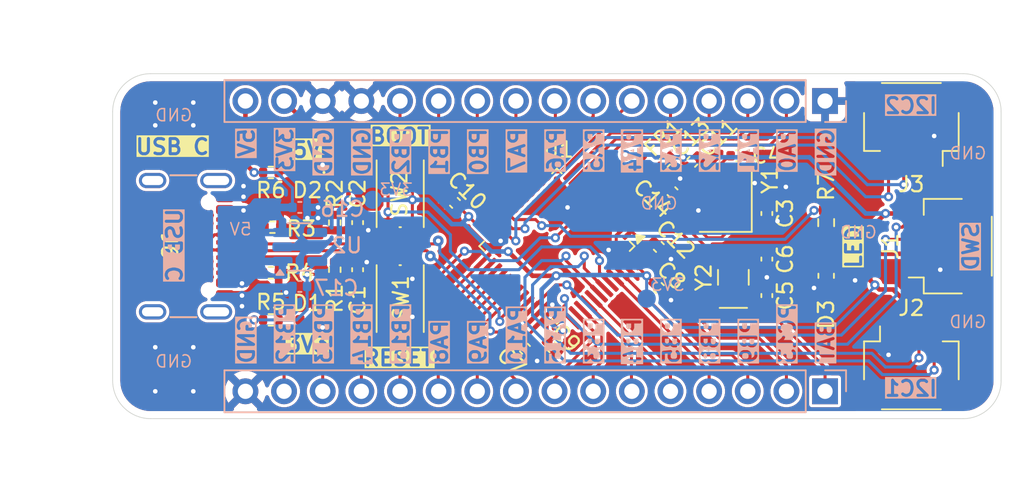
<source format=kicad_pcb>
(kicad_pcb (version 20241229) (generator "pcbnew") (generator_version "9.0")
  (layers (0 "F.Cu" signal) (2 "B.Cu" signal) (13 "F.Paste" user) (15 "B.Paste" user) (5 "F.SilkS" user "F.Silkscreen") (7 "B.SilkS" user "B.Silkscreen") (1 "F.Mask" user) (3 "B.Mask" user) (25 "Edge.Cuts" user))
  (net 0 "")
  (net 1 "GND")
  (net 2 "/RESET")
  (net 3 "/BOOT")
  (net 4 "/OSC_IN")
  (net 5 "/OSC_OUT")
  (net 6 "/OSC32K_IN")
  (net 7 "/OSC32K_OUT")
  (net 8 "+3.3V")
  (net 9 "+BATT")
  (net 10 "+3.3VA")
  (net 11 "/SWDIO")
  (net 12 "/SWCLK")
  (net 13 "/I2C1_SDA")
  (net 14 "/I2C1_SCL")
  (net 15 "/PC13")
  (net 16 "/USB_D+")
  (net 17 "/USB_D-")
  (net 18 "/USER_LED")
  (net 19 "/PB4")
  (net 20 "/PB0")
  (net 21 "/PB3")
  (net 22 "/PA10")
  (net 23 "/PA8")
  (net 24 "/PB14")
  (net 25 "/PA0")
  (net 26 "/PA3")
  (net 27 "/PA1")
  (net 28 "/PA7")
  (net 29 "/PA6")
  (net 30 "/I2C2_SDA")
  (net 31 "/PB12")
  (net 32 "/PB15")
  (net 33 "/I2C2_SCL")
  (net 34 "/PB9")
  (net 35 "/PB5")
  (net 36 "/PB13")
  (net 38 "+5V")
  (net 39 "/PA9")
  (net 40 "/PA4")
  (net 41 "Net-(J6-CC2)")
  (net 42 "Net-(J6-CC1)")
  (net 44 "Net-(D1-A)")
  (net 45 "Net-(D2-A)")
  (net 46 "Net-(D3-A)")
  (net 47 "/PA15")
  (net 48 "/PB1")
  (net 49 "/PA5")
  (net 50 "/PA2")
  (net 51 "/PB8")
  (footprint "Capacitor_SMD:C_0402_1005Metric" (layer "F.Cu") (at 45.9 35.4 -45)
    (property "Reference" "C9")
    (property "Value" "100n")
  )
  (footprint "Button_Switch_SMD:SW_Push_1P1T_NO_CK_KMR2" (layer "F.Cu") (at 35.9 25.3 90)
    (property "Reference" "SW2")
    (property "Value" "SW_Push")
  )
  (footprint "Resistor_SMD:R_0402_1005Metric" (layer "F.Cu") (at 27.4 33.6)
    (property "Reference" "R5")
    (property "Value" "1k")
  )
  (footprint "LED_SMD:LED_0402_1005Metric" (layer "F.Cu") (at 29.8 23.9 180)
    (property "Reference" "D2")
    (property "Value" "RED")
  )
  (footprint "Capacitor_SMD:C_0402_1005Metric" (layer "F.Cu") (at 53.8 25.2 -45)
    (property "Reference" "C14")
    (property "Value" "10n")
  )
  (footprint "Resistor_SMD:R_0402_1005Metric" (layer "F.Cu") (at 27.4 23.9 180)
    (property "Reference" "R6")
    (property "Value" "1k")
  )
  (footprint "Resistor_SMD:R_0402_1005Metric" (layer "F.Cu") (at 27.4 30.5 180)
    (property "Reference" "R4")
    (property "Value" "5.1k")
  )
  (footprint "Button_Switch_SMD:SW_Push_1P1T_NO_CK_KMR2" (layer "F.Cu") (at 35.9 32.2 90)
    (property "Reference" "SW1")
    (property "Value" "SW_Push")
  )
  (footprint "Capacitor_SMD:C_0402_1005Metric" (layer "F.Cu") (at 58.1 22.8)
    (property "Reference" "C4")
    (property "Value" "6p")
  )
  (footprint "LED_SMD:LED_0402_1005Metric" (layer "F.Cu") (at 29.8 33.6 180)
    (property "Reference" "D1")
    (property "Value" "RED")
  )
  (footprint "Capacitor_SMD:C_0402_1005Metric" (layer "F.Cu") (at 55.1 23.2 45)
    (property "Reference" "C11")
    (property "Value" "1u")
  )
  (footprint "Connector_USB:USB_C_Receptacle_GCT_USB4105-xx-A_16P_TopMnt_Horizontal" (layer "F.Cu") (at 20.7 28.75 -90)
    (property "Reference" "J6")
    (property "Value" "USB_C_USB2.0_14P")
  )
  (footprint "Connector_JST:JST_SH_SM04B-SRSS-TB_1x04-1MP_P1.00mm_Horizontal" (layer "F.Cu") (at 69.5 36.8)
    (property "Reference" "J2")
    (property "Value" "Conn_01x04_Pin")
  )
  (footprint "Crystal:Crystal_SMD_EuroQuartz_EQ161-2Pin_3.2x1.5mm" (layer "F.Cu") (at 57.8 30.8 90)
    (property "Reference" "Y2")
    (property "Value" "ABS07-32.768KHZ")
  )
  (footprint "Capacitor_SMD:C_0402_1005Metric" (layer "F.Cu") (at 33.1 27.2 -90)
    (property "Reference" "C2")
    (property "Value" "100n")
  )
  (footprint "Capacitor_SMD:C_0402_1005Metric" (layer "F.Cu") (at 53.3 23.2 45)
    (property "Reference" "C13")
    (property "Value" "1u")
  )
  (footprint "Capacitor_SMD:C_0603_1608Metric" (layer "F.Cu") (at 63.9 30.7 90)
    (property "Reference" "D3")
    (property "Value" "RED")
  )
  (footprint "Capacitor_SMD:C_0402_1005Metric" (layer "F.Cu") (at 60 32 90)
    (property "Reference" "C5")
    (property "Value" "15p")
  )
  (footprint "Connector_JST:JST_SH_SM04B-SRSS-TB_1x04-1MP_P1.00mm_Horizontal" (layer "F.Cu") (at 69.5 20.7 180)
    (property "Reference" "J3")
    (property "Value" "Conn_01x04_Pin")
  )
  (footprint "Resistor_SMD:R_0402_1005Metric" (layer "F.Cu") (at 31.6 30.3 90)
    (property "Reference" "R1")
    (property "Value" "5.1k")
  )
  (footprint "Resistor_SMD:R_0603_1608Metric" (layer "F.Cu") (at 63.9 27.2 -90)
    (property "Reference" "R7")
    (property "Value" "470R")
  )
  (footprint "Package_QFP:LQFP-48_7x7mm_P0.5mm" (layer "F.Cu") (at 46.2 28.75 -135)
    (property "Reference" "U1")
    (property "Value" "STM32F103C8Tx")
  )
  (footprint "Capacitor_SMD:C_0402_1005Metric" (layer "F.Cu") (at 39.5 25.9 135)
    (property "Reference" "C10")
    (property "Value" "100n")
  )
  (footprint "Crystal:Crystal_SMD_3225-4Pin_3.2x2.5mm" (layer "F.Cu") (at 57.3 25.75 90)
    (property "Reference" "Y1")
    (property "Value" "NX3225SA-16.000M-STD-CSR-1")
  )
  (footprint "Capacitor_SMD:C_0402_1005Metric" (layer "F.Cu") (at 52.9 31.5 -45)
    (property "Reference" "C8")
    (property "Value" "100n")
  )
  (footprint "Capacitor_SMD:C_0402_1005Metric" (layer "F.Cu") (at 60 29.6 -90)
    (property "Reference" "C6")
    (property "Value" "15p")
  )
  (footprint "Capacitor_SMD:C_0402_1005Metric" (layer "F.Cu") (at 33.1 30.3 90)
    (property "Reference" "C1")
    (property "Value" "100n")
  )
  (footprint "Connector_JST:JST_SH_SM04B-SRSS-TB_1x04-1MP_P1.00mm_Horizontal" (layer "F.Cu") (at 72.1 28.75 90)
    (property "Reference" "J1")
    (property "Value" "Conn_01x04_Pin")
  )
  (footprint "Capacitor_SMD:C_0402_1005Metric" (layer "F.Cu") (at 44.1 35.5 -45)
    (property "Reference" "C7")
    (property "Value" "10u")
  )
  (footprint "Capacitor_SMD:C_0402_1005Metric" (layer "F.Cu") (at 52.9 28.8 -45)
    (property "Reference" "C12")
    (property "Value" "100n")
  )
  (footprint "Resistor_SMD:R_0402_1005Metric" (layer "F.Cu") (at 31.6 27.2 -90)
    (property "Reference" "R2")
    (property "Value" "5.1k")
  )
  (footprint "Capacitor_SMD:C_0402_1005Metric" (layer "F.Cu") (at 60 26.6 -90)
    (property "Reference" "C3")
    (property "Value" "6p")
  )
  (footprint "Resistor_SMD:R_0402_1005Metric" (layer "F.Cu") (at 27.5 27.5)
    (property "Reference" "R3")
    (property "Value" "5.1k")
  )
  (footprint "Inductor_SMD:L_0402_1005Metric" (layer "F.Cu") (at 51.4 23.2 -135)
    (property "Reference" "FB1")
    (property "Value" "120R")
  )
  (footprint "Connector_PinHeader_2.54mm:PinHeader_1x16_P2.54mm_Vertical" (layer "B.Cu") (at 63.82675 19.2 90)
    (property "Reference" "J5" (hide yes))
    (property "Value" "Conn_01x16_Pin")
  )
  (footprint "Capacitor_SMD:C_0402_1005Metric" (layer "B.Cu") (at 29.3 26.2)
    (property "Reference" "C16")
    (property "Value" "10u")
  )
  (footprint "Package_TO_SOT_SMD:SOT-23-5" (layer "B.Cu") (at 29.3 28.8)
    (property "Reference" "U2")
    (property "Value" "ME6211C33M5G-N")
  )
  (footprint "Connector_PinHeader_2.54mm:PinHeader_1x16_P2.54mm_Vertical" (layer "B.Cu") (at 63.82675 38.3 90)
    (property "Reference" "J4" (hide yes))
    (property "Value" "Conn_01x16_Pin")
  )
  (footprint "Capacitor_SMD:C_0402_1005Metric" (layer "B.Cu") (at 29.3 31.4 180)
    (property "Reference" "C17")
    (property "Value" "10u")
  )
  (gr_circle (center 52.1 32.2) (end 52.6 32.2) (stroke (width 0.2)) (fill yes) (layer "B.Cu") (net 8))
  (gr_circle (center 34.1 25.7) (end 34.6 25.7) (stroke (width 0.2)) (fill yes) (layer "B.Cu") (net 8))
  (gr_arc (start 75.4 37.6) (mid 74.667767 39.367767) (end 72.9 40.1) (stroke (width 0.05)) (layer "Edge.Cuts"))
  (gr_line (start 19.5 40.1) (end 72.9 40.1) (stroke (width 0.05)) (layer "Edge.Cuts"))
  (gr_line (start 75.4 19.9) (end 75.4 37.6) (stroke (width 0.05)) (layer "Edge.Cuts"))
  (gr_arc (start 19.5 40.1) (mid 17.732233 39.367767) (end 17 37.6) (stroke (width 0.05)) (layer "Edge.Cuts"))
  (gr_line (start 19.5 17.4) (end 72.9 17.4) (stroke (width 0.05)) (layer "Edge.Cuts"))
  (gr_line (start 17 19.9) (end 17 37.6) (stroke (width 0.05)) (layer "Edge.Cuts"))
  (gr_arc (start 17 19.9) (mid 17.732233 18.132233) (end 19.5 17.4) (stroke (width 0.05)) (layer "Edge.Cuts"))
  (gr_arc (start 72.9 17.4) (mid 74.667767 18.132233) (end 75.4 19.9) (stroke (width 0.05)) (layer "Edge.Cuts"))
  (gr_text "BOOT" (at 33.8 22.1 0) (layer "F.SilkS" knockout) (effects (font (size 1 1) (thickness 0.2) (bold yes)) (justify left bottom)))
  (gr_text "USB C" (at 18.409048 22.8 0) (layer "F.SilkS" knockout) (effects (font (size 1 1) (thickness 0.2) (bold yes)) (justify left bottom)))
  (gr_text "RESET" (at 33.4 36.7 0) (layer "F.SilkS" knockout) (effects (font (size 1 1) (thickness 0.2) (bold yes)) (justify left bottom)))
  (gr_text "3V3" (at 28.3 35.8 0) (layer "F.SilkS" knockout) (effects (font (size 1 1) (thickness 0.2) (bold yes)) (justify left bottom)))
  (gr_text "LED" (at 66.3 30.307143 90) (layer "F.SilkS" knockout) (effects (font (size 1 1) (thickness 0.2) (bold yes)) (justify left bottom)))
  (gr_text "5V" (at 28.7 23 0) (layer "F.SilkS" knockout) (effects (font (size 1 1) (thickness 0.2) (bold yes)) (justify left bottom)))
  (gr_text "PA1" (at 59.41075 20.9 90) (layer "B.SilkS" knockout) (effects (font (size 1 1) (thickness 0.2) (bold yes)) (justify left bottom mirror)))
  (gr_text "PB0" (at 41.63075 20.9 90) (layer "B.SilkS" knockout) (effects (font (size 1 1) (thickness 0.2) (bold yes)) (justify left bottom mirror)))
  (gr_text "PA5" (at 49.25075 20.9 90) (layer "B.SilkS" knockout) (effects (font (size 1 1) (thickness 0.2) (bold yes)) (justify left bottom mirror)))
  (gr_text "SWD" (at 74 27.1 90) (layer "B.SilkS" knockout) (effects (font (size 1 1) (thickness 0.2) (bold yes)) (justify left bottom mirror)))
  (gr_text "3V3" (at 54.65 31.75 0) (layer "B.SilkS") (effects (font (size 0.8 0.8) (thickness 0.1)) (justify left bottom mirror)))
  (gr_text "PB15" (at 36.55075 32.414286 90) (layer "B.SilkS" knockout) (effects (font (size 1 1) (thickness 0.2) (bold yes)) (justify left bottom mirror)))
  (gr_text "PA9" (at 41.63075 33.509524 90) (layer "B.SilkS" knockout) (effects (font (size 1 1) (thickness 0.2) (bold yes)) (justify left bottom mirror)))
  (gr_text "PB12" (at 28.93075 32.414286 90) (layer "B.SilkS" knockout) (effects (font (size 1 1) (thickness 0.2) (bold yes)) (justify left bottom mirror)))
  (gr_text "PA3" (at 54.33075 20.9 90) (layer "B.SilkS" knockout) (effects (font (size 1 1) (thickness 0.2) (bold yes)) (justify left bottom mirror)))
  (gr_text "I2C2" (at 71.3 20.1 -0) (layer "B.SilkS" knockout) (effects (font (size 1 1) (thickness 0.2) (bold yes)) (justify left bottom mirror)))
  (gr_text "PB2" (at 36.55075 20.9 90) (layer "B.SilkS" knockout) (effects (font (size 1 1) (thickness 0.2) (bold yes)) (justify left bottom mirror)))
  (gr_text "PA15" (at 46.71075 32.557143 90) (layer "B.SilkS" knockout) (effects (font (size 1 1) (thickness 0.2) (bold yes)) (justify left bottom mirror)))
  (gr_text "PB13" (at 31.47075 32.414286 90) (layer "B.SilkS" knockout) (effects (font (size 1 1) (thickness 0.2) (bold yes)) (justify left bottom mirror)))
  (gr_text "PB3" (at 49.25075 33.366667 90) (layer "B.SilkS" knockout) (effects (font (size 1 1) (thickness 0.2) (bold yes)) (justify left bottom mirror)))
  (gr_text "PB1" (at 39.09075 20.9 90) (layer "B.SilkS" knockout) (effects (font (size 1 1) (thickness 0.2) (bold yes)) (justify left bottom mirror)))
  (gr_text "3V3" (at 28.93075 20.9 90) (layer "B.SilkS" knockout) (effects (font (size 1 1) (thickness 0.2) (bold yes)) (justify left bottom mirror)))
  (gr_text "PA10" (at 44.17075 32.557143 90) (layer "B.SilkS" knockout) (effects (font (size 1 1) (thickness 0.2) (bold yes)) (justify left bottom mirror)))
  (gr_text "PA4" (at 51.79075 20.9 90) (layer "B.SilkS" knockout) (effects (font (size 1 1) (thickness 0.2) (bold yes)) (justify left bottom mirror)))
  (gr_text "GND" (at 22.3 36.8 0) (layer "B.SilkS") (effects (font (size 0.8 0.8) (thickness 0.1)) (justify left bottom mirror)))
  (gr_text "GND" (at 31.47075 20.9 90) (layer "B.SilkS" knockout) (effects (font (size 1 1) (thickness 0.2) (bold yes)) (justify left bottom mirror)))
  (gr_text "USB C" (at 21.654 26.169048 90) (layer "B.SilkS" knockout) (effects (font (size 1 1) (thickness 0.2) (bold yes)) (justify left bottom mirror)))
  (gr_text "PC13" (at 61.95075 32.414286 90) (layer "B.SilkS" knockout) (effects (font (size 1 1) (thickness 0.2) (bold yes)) (justify left bottom mirror)))
  (gr_text "PA6" (at 46.71075 20.9 90) (layer "B.SilkS" knockout) (effects (font (size 1 1) (thickness 0.2) (bold yes)) (justify left bottom mirror)))
  (gr_text "PA8" (at 39.09075 33.509524 90) (layer "B.SilkS" knockout) (effects (font (size 1 1) (thickness 0.2) (bold yes)) (justify left bottom mirror)))
  (gr_text "5V" (at 26.2 28.1 0) (layer "B.SilkS") (effects (font (size 0.8 0.8) (thickness 0.1)) (justify left bottom mirror)))
  (gr_text "GND" (at 67.3 28.3 0) (layer "B.SilkS") (effects (font (size 0.8 0.8) (thickness 0.1)) (justify left bottom mirror)))
  (gr_text "PA7\n" (at 44.17075 20.9 90) (layer "B.SilkS" knockout) (effects (font (size 1 1) (thickness 0.2) (bold yes)) (justify left bottom mirror)))
  (gr_text "5V" (at 26.39075 20.9 90) (layer "B.SilkS" knockout) (effects (font (size 1 1) (thickness 0.2) (bold yes)) (justify left bottom mirror)))
  (gr_text "PA2" (at 56.87075 20.9 90) (layer "B.SilkS" knockout) (effects (font (size 1 1) (thickness 0.2) (bold yes)) (justify left bottom mirror)))
  (gr_text "GND" (at 74.5 34.2 0) (layer "B.SilkS") (effects (font (size 0.8 0.8) (thickness 0.1)) (justify left bottom mirror)))
  (gr_text "3V3" (at 36.8 25.5 0) (layer "B.SilkS") (effects (font (size 0.8 0.8) (thickness 0.1)) (justify left bottom mirror)))
  (gr_text "GND" (at 54.2 26.4 0) (layer "B.SilkS") (effects (font (size 0.8 0.8) (thickness 0.1)) (justify left bottom mirror)))
  (gr_text "PA0" (at 61.95075 20.9 90) (layer "B.SilkS" knockout) (effects (font (size 1 1) (thickness 0.2) (bold yes)) (justify left bottom mirror)))
  (gr_text "PB14" (at 34.01075 32.414286 90) (layer "B.SilkS" knockout) (effects (font (size 1 1) (thickness 0.2) (bold yes)) (justify left bottom mirror)))
  (gr_text "GND" (at 26.39075 33.271429 90) (layer "B.SilkS" knockout) (effects (font (size 1 1) (thickness 0.2) (bold yes)) (justify left bottom mirror)))
  (gr_text "GND" (at 34.01075 20.9 90) (layer "B.SilkS" knockout) (effects (font (size 1 1) (thickness 0.2) (bold yes)) (justify left bottom mirror)))
  (gr_text "GND" (at 74.5 23.1 0) (layer "B.SilkS") (effects (font (size 0.8 0.8) (thickness 0.1)) (justify left bottom mirror)))
  (gr_text "PB8" (at 56.87075 33.366667 90) (layer "B.SilkS" knockout) (effects (font (size 1 1) (thickness 0.2) (bold yes)) (justify left bottom mirror)))
  (gr_text "PB9" (at 59.41075 33.366667 90) (layer "B.SilkS" knockout) (effects (font (size 1 1) (thickness 0.2) (bold yes)) (justify left bottom mirror)))
  (gr_text "PB4" (at 51.79075 33.366667 90) (layer "B.SilkS" knockout) (effects (font (size 1 1) (thickness 0.2) (bold yes)) (justify left bottom mirror)))
  (gr_text "GND" (at 22.3 20.6 0) (layer "B.SilkS") (effects (font (size 0.8 0.8) (thickness 0.1)) (justify left bottom mirror)))
  (gr_text "PB5" (at 54.33075 33.366667 90) (layer "B.SilkS" knockout) (effects (font (size 1 1) (thickness 0.2) (bold yes)) (justify left bottom mirror)))
  (gr_text "BAT" (at 64.49075 33.6 90) (layer "B.SilkS" knockout) (effects (font (size 1 1) (thickness 0.2) (bold yes)) (justify left bottom mirror)))
  (gr_text "GND" (at 64.49075 20.9 90) (layer "B.SilkS" knockout) (effects (font (size 1 1) (thickness 0.2) (bold yes)) (justify left bottom mirror)))
  (gr_text "I2C1" (at 71.3 38.7 -0) (layer "B.SilkS" knockout) (effects (font (size 1 1) (thickness 0.2) (bold yes)) (justify left bottom mirror)))
  (segment (start 36.7 34.25) (end 36.7 33.4) (width 0.2) (layer "F.Cu") (net 1))
  (segment (start 45.5 32.6) (end 44.847658 33.252342) (width 0.2) (layer "F.Cu") (net 1))
  (segment (start 56.025 26.625) (end 56.6 26.625) (width 0.3) (layer "F.Cu") (net 1))
  (segment (start 47.7 26.2) (end 48.613002 25.286998) (width 0.2) (layer "F.Cu") (net 1))
  (segment (start 24.38 31.95) (end 24.75 31.95) (width 0.2) (layer "F.Cu") (net 1))
  (segment (start 28.4 31.8) (end 27.91 31.31) (width 0.2) (layer "F.Cu") (net 1))
  (segment (start 45.9 32.6) (end 45.5 32.6) (width 0.2) (layer "F.Cu") (net 1))
  (segment (start 41.665678 27.415678) (end 41.665678 27.397658) (width 0.2) (layer "F.Cu") (net 1))
  (segment (start 58.15 24.65) (end 59.15 24.65) (width 0.3) (layer "F.Cu") (net 1))
  (segment (start 27.91 31.31) (end 27.91 30.5) (width 0.2) (layer "F.Cu") (net 1))
  (segment (start 60.7 27.1) (end 60.02 27.1) (width 0.2) (layer "F.Cu") (net 1))
  (segment (start 33.1 29.82) (end 33.68 29.82) (width 0.2) (layer "F.Cu") (net 1))
  (segment (start 60 30.8) (end 60 30.08) (width 0.2) (layer "F.Cu") (net 1))
  (segment (start 42.3 28.05) (end 41.665678 27.415678) (width 0.2) (layer "F.Cu") (net 1))
  (segment (start 25.9 24.8) (end 25.6 24.8) (width 0.2) (layer "F.Cu") (net 1))
  (segment (start 44.847658 33.252342) (end 44.847658 33.284322) (width 0.2) (layer "F.Cu") (net 1))
  (segment (start 46.239411 35.739411) (end 45.460589 35.739411) (width 0.2) (layer "F.Cu") (net 1))
  (segment (start 48.613002 25.286998) (end 48.613002 25.276338) (width 0.2) (layer "F.Cu") (net 1))
  (segment (start 53.239411 29.139411) (end 53.7 29.6) (width 0.2) (layer "F.Cu") (net 1))
  (segment (start 33.68 29.82) (end 33.7 29.8) (width 0.2) (layer "F.Cu") (net 1))
  (segment (start 53.639411 23.839411) (end 53.639411 22.860589) (width 0.2) (layer "F.Cu") (net 1))
  (segment (start 55.8 26.4) (end 56.025 26.625) (width 0.3) (layer "F.Cu") (net 1))
  (segment (start 25.6 25.5) (end 25.7 25.5) (width 0.2) (layer "F.Cu") (net 1))
  (segment (start 44.439411 35.839411) (end 44.9 36.3) (width 0.2) (layer "F.Cu") (net 1))
  (segment (start 24.38 31.95) (end 25.45 31.95) (width 0.2) (layer "F.Cu") (net 1))
  (segment (start 36.7 30.9) (end 36.7 30.15) (width 0.2) (layer "F.Cu") (net 1))
  (segment (start 28.01 26.91) (end 25.9 24.8) (width 0.2) (layer "F.Cu") (net 1))
  (segment (start 46.9 26.2) (end 47.7 26.2) (width 0.2) (layer "F.Cu") (net 1))
  (segment (start 71.4 30.3) (end 71.35 30.25) (width 0.3) (layer "F.Cu") (net 1))
  (segment (start 33.78 27.68) (end 33.8 27.7) (width 0.2) (layer "F.Cu") (net 1))
  (segment (start 30.285 33.6) (end 30.3 33.6) (width 0.2) (layer "F.Cu") (net 1))
  (segment (start 30.3 23.9) (end 30.8 23.4) (width 0.2) (layer "F.Cu") (net 1))
  (segment (start 33.1 27.68) (end 33.78 27.68) (width 0.2) (layer "F.Cu") (net 1))
  (segment (start 71 22.7) (end 71 21.5) (width 0.3) (layer "F.Cu") (net 1))
  (segment (start 55.439411 23.960589) (end 55.1 24.3) (width 0.2) (layer "F.Cu") (net 1))
  (segment (start 24.75 31.95) (end 25.5 32.7) (width 0.2) (layer "F.Cu") (net 1))
  (segment (start 64 31.475) (end 63.225 31.475) (width 0.3) (layer "F.Cu") (net 1))
  (segment (start 50.702342 30.102342) (end 49.6 29) (width 0.2) (layer "F.Cu") (net 1))
  (segment (start 59.2 23.4) (end 58.58 22.78) (width 0.2) (layer "F.Cu") (net 1))
  (segment (start 54.1 24.3) (end 53.639411 23.839411) (width 0.2) (layer "F.Cu") (net 1))
  (segment (start 24.38 25.55) (end 25.55 25.55) (width 0.2) (layer "F.Cu") (net 1))
  (segment (start 25.45 31.95) (end 25.5 32) (width 0.2) (layer "F.Cu") (net 1))
  (segment (start 45.460589 35.739411) (end 44.9 36.3) (width 0.2) (layer "F.Cu") (net 1))
  (segment (start 71.35 30.25) (end 70.1 30.25) (width 0.3) (layer "F.Cu") (net 1))
  (segment (start 53.239411 31.839411) (end 53.5 32.1) (width 0.2) (layer "F.Cu") (net 1))
  (segment (start 58.58 22.78) (end 58.58 22.7) (width 0.2) (layer "F.Cu") (net 1))
  (segment (start 25.55 25.55) (end 25.6 25.5) (width 0.2) (layer "F.Cu") (net 1))
  (segment (start 59.2 24.6) (end 59.2 23.4) (width 0.2) (layer "F.Cu") (net 1))
  (segment (start 33.07 27.71) (end 33.1 27.68) (width 0.2) (layer "F.Cu") (net 1))
  (segment (start 24.85 25.55) (end 25.6 24.8) (width 0.2) (layer "F.Cu") (net 1))
  (segment (start 50.734322 30.102342) (end 50.702342 30.102342) (width 0.2) (layer "F.Cu") (net 1))
  (segment (start 59.15 24.65) (end 59.2 24.6) (width 0.3) (layer "F.Cu") (net 1))
  (segment (start 59.82 27.1) (end 59.8 27.08) (width 0.2) (layer "F.Cu") (net 1))
  (segment (start 30.3 33.6) (end 30.8 34.1) (width 0.2) (layer "F.Cu") (net 1))
  (segment (start 42.3 28.2) (end 42.3 28.05) (width 0.2) (layer "F.Cu") (net 1))
  (segment (start 55.5 26.4) (end 55.8 26.4) (width 0.3) (layer "F.Cu") (net 1))
  (segment (start 53.5 32.1) (end 53.7 32.3) (width 0.2) (layer "F.Cu") (net 1))
  (segment (start 24.38 25.55) (end 24.85 25.55) (width 0.2) (layer "F.Cu") (net 1))
  (segment (start 55.1 24.3) (end 54.3 24.3) (width 0.2) (layer "F.Cu") (net 1))
  (segment (start 30.285 23.9) (end 30.3 23.9) (width 0.2) (layer "F.Cu") (net 1))
  (segment (start 55.439411 22.860589) (end 55.439411 23.960589) (width 0.2) (layer "F.Cu") (net 1))
  (segment (start 42.5 28.4) (end 42.3 28.2) (width 0.2) (layer "F.Cu") (net 1))
  (segment (start 60 31.52) (end 60 30.8) (width 0.2) (layer "F.Cu") (net 1))
  (segment (start 31.6 27.71) (end 33.07 27.71) (width 0.2) (layer "F.Cu") (net 1))
  (segment (start 28.01 26.91) (end 28.01 27.5) (width 0.2) (layer "F.Cu") (net 1))
  (segment (start 68 34.8) (end 68 35.9) (width 0.3) (layer "F.Cu") (net 1))
  (segment (start 54.3 24.3) (end 54.1 24.3) (width 0.2) (layer "F.Cu") (net 1))
  (via (at 42.5 28.4) (size 0.6) (drill 0.3) (layers "F.Cu" "B.Cu") (net 1))
  (via (at 19.8 38.3) (size 0.7) (drill 0.3) (layers "F.Cu" "B.Cu") (net 1))
  (via (at 25.6 24.8) (size 0.6) (drill 0.3) (layers "F.Cu" "B.Cu") (net 1))
  (via (at 59.2 24.6) (size 0.6) (drill 0.3) (layers "F.Cu" "B.Cu") (net 1))
  (via (at 30.8 23.4) (size 0.6) (drill 0.3) (layers "F.Cu" "B.Cu") (net 1))
  (via (at 19.8 35.4) (size 0.7) (drill 0.3) (layers "F.Cu" "B.Cu") (net 1))
  (via (at 33.7 29.8) (size 0.6) (drill 0.3) (layers "F.Cu" "B.Cu") (net 1))
  (via (at 63.1 31.5) (size 0.6) (drill 0.3) (layers "F.Cu" "B.Cu") (net 1))
  (via (at 19.8 20.8) (size 0.7) (drill 0.3) (layers "F.Cu" "B.Cu") (net 1))
  (via (at 19.8 19.3) (size 0.7) (drill 0.3) (layers "F.Cu" "B.Cu") (net 1))
  (via (at 46.9 26.2) (size 0.6) (drill 0.3) (layers "F.Cu" "B.Cu") (net 1))
  (via (at 25.6 25.5) (size 0.6) (drill 0.3) (layers "F.Cu" "B.Cu") (net 1))
  (via (at 53.7 29.6) (size 0.6) (drill 0.3) (layers "F.Cu" "B.Cu") (net 1))
  (via (at 68 35.9) (size 0.6) (drill 0.3) (layers "F.Cu" "B.Cu") (net 1))
  (via (at 60 30.8) (size 0.6) (drill 0.3) (layers "F.Cu" "B.Cu") (net 1))
  (via (at 61.25 24.85) (size 0.7) (drill 0.3) (layers "F.Cu" "B.Cu") (net 1))
  (via (at 22.3 35.4) (size 0.7) (drill 0.3) (layers "F.Cu" "B.Cu") (net 1))
  (via (at 54.3 24.3) (size 0.6) (drill 0.3) (layers "F.Cu" "B.Cu") (net 1))
  (via (at 65.8 31) (size 0.7) (drill 0.3) (layers "F.Cu" "B.Cu") (net 1))
  (via (at 22.3 20.8) (size 0.7) (drill 0.3) (layers "F.Cu" "B.Cu") (net 1))
  (via (at 71.4 30.3) (size 0.6) (drill 0.3) (layers "F.Cu" "B.Cu") (net 1))
  (via (at 30.5 26.2) (size 0.6) (drill 0.3) (layers "F.Cu" "B.Cu") (net 1))
  (via (at 22.3 19.3) (size 0.7) (drill 0.3) (layers "F.Cu" "B.Cu") (net 1))
  (via (at 22.3 38.3) (size 0.7) (drill 0.3) (layers "F.Cu" "B.Cu") (net 1))
  (via (at 55.5 26.4) (size 0.6) (drill 0.3) (layers "F.Cu" "B.Cu") (net 1))
  (via (at 53.7 32.3) (size 0.6) (drill 0.3) (layers "F.Cu" "B.Cu") (net 1))
  (via (at 36.7 30.9) (size 0.6) (drill 0.3) (layers "F.Cu" "B.Cu") (net 1))
  (via (at 25.5 32) (size 0.6) (drill 0.3) (layers "F.Cu" "B.Cu") (net 1))
  (via (at 33.8 27.7) (size 0.6) (drill 0.3) (layers "F.Cu" "B.Cu") (net 1))
  (via (at 28.4 31.8) (size 0.6) (drill 0.3) (layers "F.Cu" "B.Cu") (net 1))
  (via (at 44.9 36.3) (size 0.6) (drill 0.3) (layers "F.Cu" "B.Cu") (net 1))
  (via (at 36.7 33.4) (size 0.6) (drill 0.3) (layers "F.Cu" "B.Cu") (net 1))
  (via (at 49.6 29) (size 0.6) (drill 0.3) (layers "F.Cu" "B.Cu") (net 1))
  (via (at 45.9 32.6) (size 0.6) (drill 0.3) (layers "F.Cu" "B.Cu") (net 1))
  (via (at 25.5 32.7) (size 0.6) (drill 0.3) (layers "F.Cu" "B.Cu") (net 1))
  (via (at 29.8 26.9) (size 0.6) (drill 0.3) (layers "F.Cu" "B.Cu") (net 1))
  (via (at 30.5 26.9) (size 0.6) (drill 0.3) (layers "F.Cu" "B.Cu") (net 1))
  (via (at 30.8 34.1) (size 0.6) (drill 0.3) (layers "F.Cu" "B.Cu") (net 1))
  (via (at 71 21.5) (size 0.6) (drill 0.3) (layers "F.Cu" "B.Cu") (net 1))
  (via (at 60.7 27.1) (size 0.6) (drill 0.3) (layers "F.Cu" "B.Cu") (net 1))
  (segment (start 29.4 28.3) (end 29.4 27.3) (width 0.3) (layer "B.Cu") (net 1))
  (segment (start 30.5 26.9) (end 30.5 26.2) (width 0.3) (layer "B.Cu") (net 1))
  (segment (start 27.9605 28.8) (end 28.9 28.8) (width 0.3) (layer "B.Cu") (net 1))
  (segment (start 29.8 26.9) (end 29.8 26.22) (width 0.3) (layer "B.Cu") (net 1))
  (segment (start 29.8 26.22) (end 29.78 26.2) (width 0.3) (layer "B.Cu") (net 1))
  (segment (start 29.4 27.3) (end 29.8 26.9) (width 0.3) (layer "B.Cu") (net 1))
  (segment (start 28.9 28.8) (end 29.4 28.3) (width 0.3) (layer "B.Cu") (net 1))
  (segment (start 29.8 26.9) (end 30.5 26.9) (width 0.3) (layer "B.Cu") (net 1))
  (segment (start 28.4 31.8) (end 28.8 31.4) (width 0.35) (layer "B.Cu") (net 1))
  (segment (start 28.8 31.4) (end 28.82 31.4) (width 0.35) (layer "B.Cu") (net 1))
  (segment (start 32.11 29.79) (end 33.1 30.78) (width 0.2) (layer "F.Cu") (net 2))
  (segment (start 33.1 30.78) (end 34.92 30.78) (width 0.2) (layer "F.Cu") (net 2))
  (segment (start 46.1 28.2) (end 47.1 27.2) (width 0.2) (layer "F.Cu") (net 2))
  (segment (start 37.7 31.5) (end 36 31.5) (width 0.2) (layer "F.Cu") (net 2))
  (segment (start 48.421148 26.328795) (end 48.421148 26.175299) (width 0.2) (layer "F.Cu") (net 2))
  (segment (start 35.1 30.6) (end 35.1 30.15) (width 0.2) (layer "F.Cu") (net 2))
  (segment (start 40.124265 29.075735) (end 37.7 31.5) (width 0.2) (layer "F.Cu") (net 2))
  (segment (start 47.549943 27.2) (end 48.421148 26.328795) (width 0.2) (layer "F.Cu") (net 2))
  (segment (start 34.92 30.78) (end 35.15 30.55) (width 0.2) (layer "F.Cu") (net 2))
  (segment (start 47.1 27.2) (end 47.549943 27.2) (width 0.2) (layer "F.Cu") (net 2))
  (segment (start 48.421148 26.175299) (end 48.966555 25.629892) (width 0.2) (layer "F.Cu") (net 2))
  (segment (start 31.6 29.79) (end 32.11 29.79) (width 0.2) (layer "F.Cu") (net 2))
  (segment (start 36 31.5) (end 35.1 30.6) (width 0.2) (layer "F.Cu") (net 2))
  (via (at 46.1 28.2) (size 0.6) (drill 0.3) (layers "F.Cu" "B.Cu") (net 2))
  (via (at 40.124265 29.075735) (size 0.6) (drill 0.3) (layers "F.Cu" "B.Cu") (net 2))
  (segment (start 40.1 29.1) (end 40.124265 29.075735) (width 0.2) (layer "B.Cu") (net 2))
  (segment (start 46.1 28.2) (end 45.1 28.2) (width 0.2) (layer "B.Cu") (net 2))
  (segment (start 41.8 29.7) (end 41.2 29.1) (width 0.2) (layer "B.Cu") (net 2))
  (segment (start 43.6 29.7) (end 41.8 29.7) (width 0.2) (layer "B.Cu") (net 2))
  (segment (start 41.2 29.1) (end 40.1 29.1) (width 0.2) (layer "B.Cu") (net 2))
  (segment (start 45.1 28.2) (end 43.6 29.7) (width 0.2) (layer "B.Cu") (net 2))
  (segment (start 35.1 26.5) (end 35.1 27.35) (width 0.2) (layer "F.Cu") (net 3))
  (segment (start 35.1 26.5) (end 35.1 23.25) (width 0.2) (layer "F.Cu") (net 3))
  (segment (start 31.6 26.69) (end 31.6 26.6) (width 0.2) (layer "F.Cu") (net 3))
  (segment (start 33.1 26.72) (end 34.47 26.72) (width 0.2) (layer "F.Cu") (net 3))
  (segment (start 31.63 26.72) (end 31.6 26.69) (width 0.2) (layer "F.Cu") (net 3))
  (segment (start 49 29.7) (end 49 30.48934) (width 0.2) (layer "F.Cu") (net 3))
  (segment (start 33.1 26.72) (end 31.63 26.72) (width 0.2) (layer "F.Cu") (net 3))
  (segment (start 49 30.48934) (end 49.673662 31.163002) (width 0.2) (layer "F.Cu") (net 3))
  (segment (start 34.47 26.72) (end 35.1 27.35) (width 0.2) (layer "F.Cu") (net 3))
  (via (at 35.1 26.5) (size 0.6) (drill 0.3) (layers "F.Cu" "B.Cu") (net 3))
  (via (at 49 29.7) (size 0.6) (drill 0.3) (layers "F.Cu" "B.Cu") (net 3))
  (segment (start 45.2 28.8) (end 48.4 28.8) (width 0.2) (layer "B.Cu") (net 3))
  (segment (start 43.7 30.3) (end 45.2 28.8) (width 0.2) (layer "B.Cu") (net 3))
  (segment (start 39.2 29.1) (end 40.4 30.3) (width 0.2) (layer "B.Cu") (net 3))
  (segment (start 48.4 28.8) (end 49 29.4) (width 0.2) (layer "B.Cu") (net 3))
  (segment (start 49 29.4) (end 49 29.7) (width 0.2) (layer "B.Cu") (net 3))
  (segment (start 35.1 26.5) (end 37.7 26.5) (width 0.2) (layer "B.Cu") (net 3))
  (segment (start 37.7 26.5) (end 39.2 28) (width 0.2) (layer "B.Cu") (net 3))
  (segment (start 40.4 30.3) (end 43.7 30.3) (width 0.2) (layer "B.Cu") (net 3))
  (segment (start 39.2 28) (end 39.2 29.1) (width 0.2) (layer "B.Cu") (net 3))
  (segment (start 58 26.625) (end 58 27.2) (width 0.2) (layer "F.Cu") (net 4))
  (segment (start 60 26.12) (end 58.505 26.12) (width 0.2) (layer "F.Cu") (net 4))
  (segment (start 56.1 28.2) (end 54.7 26.8) (width 0.2) (layer "F.Cu") (net 4))
  (segment (start 51.9 25.2) (end 50.81066 25.2) (width 0.2) (layer "F.Cu") (net 4))
  (segment (start 53.5 26.8) (end 51.9 25.2) (width 0.2) (layer "F.Cu") (net 4))
  (segment (start 58 27.2) (end 57 28.2) (width 0.2) (layer "F.Cu") (net 4))
  (segment (start 50.81066 25.2) (end 49.673662 26.336998) (width 0.2) (layer "F.Cu") (net 4))
  (segment (start 57 28.2) (end 56.1 28.2) (width 0.2) (layer "F.Cu") (net 4))
  (segment (start 58.505 26.12) (end 58 26.625) (width 0.2) (layer "F.Cu") (net 4))
  (segment (start 54.7 26.8) (end 53.5 26.8) (width 0.2) (layer "F.Cu") (net 4))
  (segment (start 56.5 24.3) (end 56.45 24.35) (width 0.2) (layer "F.Cu") (net 5))
  (segment (start 50.503554 24.8) (end 49.320109 25.983445) (width 0.2) (layer "F.Cu") (net 5))
  (segment (start 56.45 24.35) (end 56.45 24.725) (width 0.2) (layer "F.Cu") (net 5))
  (segment (start 52.3 24.8) (end 50.503554 24.8) (width 0.2) (layer "F.Cu") (net 5))
  (segment (start 54.5 26.3) (end 53.8 26.3) (width 0.2) (layer "F.Cu") (net 5))
  (segment (start 56.2 24.6) (end 54.5 26.3) (width 0.2) (layer "F.Cu") (net 5))
  (segment (start 56.5 23.82) (end 56.5 24.3) (width 0.2) (layer "F.Cu") (net 5))
  (segment (start 53.8 26.3) (end 52.3 24.8) (width 0.2) (layer "F.Cu") (net 5))
  (segment (start 57.52 22.8) (end 56.5 23.82) (width 0.2) (layer "F.Cu") (net 5))
  (segment (start 57.62 22.8) (end 57.52 22.8) (width 0.2) (layer "F.Cu") (net 5))
  (segment (start 56.325 24.6) (end 56.2 24.6) (width 0.2) (layer "F.Cu") (net 5))
  (segment (start 58.03 32.48) (end 57.6 32.05) (width 0.2) (layer "F.Cu") (net 6))
  (segment (start 51.224874 26.2) (end 51.4 26.2) (width 0.2) (layer "F.Cu") (net 6))
  (segment (start 50.380769 27.044105) (end 51.224874 26.2) (width 0.2) (layer "F.Cu") (net 6))
  (segment (start 55.9 29.4) (end 54.3 27.8) (width 0.2) (layer "F.Cu") (net 6))
  (segment (start 53 27.8) (end 54.3 27.8) (width 0.2) (layer "F.Cu") (net 6))
  (segment (start 55.9 31.4) (end 55.9 29.4) (width 0.2) (layer "F.Cu") (net 6))
  (segment (start 57.6 32.05) (end 56.55 32.05) (width 0.2) (layer "F.Cu") (net 6))
  (segment (start 60 32.48) (end 58.23 32.48) (width 0.2) (layer "F.Cu") (net 6))
  (segment (start 51.4 26.2) (end 53 27.8) (width 0.2) (layer "F.Cu") (net 6))
  (segment (start 56.55 32.05) (end 55.9 31.4) (width 0.2) (layer "F.Cu") (net 6))
  (segment (start 57.6 29.55) (end 57.05 29.55) (width 0.2) (layer "F.Cu") (net 7))
  (segment (start 53.3 27.3) (end 54.5 27.3) (width 0.2) (layer "F.Cu") (net 7))
  (segment (start 56.75 29.55) (end 57.6 29.55) (width 0.2) (layer "F.Cu") (net 7))
  (segment (start 51.017767 25.7) (end 51.7 25.7) (width 0.2) (layer "F.Cu") (net 7))
  (segment (start 60 29.12) (end 58.23 29.12) (width 0.2) (layer "F.Cu") (net 7))
  (segment (start 51.7 25.7) (end 53.3 27.3) (width 0.2) (layer "F.Cu") (net 7))
  (segment (start 58.03 29.12) (end 57.6 29.55) (width 0.2) (layer "F.Cu") (net 7))
  (segment (start 50.027216 26.690551) (end 51.017767 25.7) (width 0.2) (layer "F.Cu") (net 7))
  (segment (start 54.5 27.3) (end 56.75 29.55) (width 0.2) (layer "F.Cu") (net 7))
  (segment (start 46 34.7) (end 45.639411 35.060589) (width 0.3) (layer "F.Cu") (net 8))
  (segment (start 52.1 30.7) (end 51.148789 29.748789) (width 0.2) (layer "F.Cu") (net 8))
  (segment (start 40.4 26.8) (end 40.5 26.9) (width 0.2) (layer "F.Cu") (net 8))
  (segment (start 44.6 30.7) (end 46.151 30.7) (width 0.3) (layer "F.Cu") (net 8))
  (segment (start 36.7 27.35) (end 36.7 25.7) (width 0.2) (layer "F.Cu") (net 8))
  (segment (start 68.7 26.6) (end 70 25.3) (width 0.3) (layer "F.Cu") (net 8))
  (segment (start 46.2 34.7) (end 46 34.7) (width 0.3) (layer "F.Cu") (net 8))
  (segment (start 45.639411 35.060589) (end 45.560589 35.060589) (width 0.3) (layer "F.Cu") (net 8))
  (segment (start 45.560589 35.060589) (end 45.560589 33.997254) (width 0.2) (layer "F.Cu") (net 8))
  (segment (start 67.8 26.6) (end 68.7 26.6) (width 0.3) (layer "F.Cu") (net 8))
  (segment (start 32.5 25.7) (end 32.5 23.43325) (width 0.3) (layer "F.Cu") (net 8))
  (segment (start 26.89 33.6) (end 26.3 33.6) (width 0.2) (layer "F.Cu") (net 8))
  (segment (start 50.7 22.724011) (end 51.609905 22.724011) (width 0.3) (layer "F.Cu") (net 8))
  (segment (start 29.8 30.6) (end 30.7 30.6) (width 0.2) (layer "F.Cu") (net 8))
  (segment (start 54.5 23.278822) (end 54.760589 23.539411) (width 0.2) (layer "F.Cu") (net 8))
  (segment (start 70 25.3) (end 70 22.7) (width 0.3) (layer "F.Cu") (net 8))
  (segment (start 39.839411 26.239411) (end 40.4 26.8) (width 0.2) (layer "F.Cu") (net 8))
  (segment (start 43 29.1) (end 44.6 30.7) (width 0.3) (layer "F.Cu") (net 8))
  (segment (start 51.609905 22.724011) (end 51.742947 22.857053) (width 0.3) (layer "F.Cu") (net 8))
  (segment (start 67.8 26.6) (end 66.8 27.6) (width 0.3) (layer "F.Cu") (net 8))
  (segment (start 68.3 31.6) (end 67.4 31.6) (width 0.3) (layer "F.Cu") (net 8))
  (segment (start 46.6 34.3) (end 46.2 34.7) (width 0.3) (layer "F.Cu") (net 8))
  (segment (start 66.8 29.2) (end 66.8 31) (width 0.3) (layer "F.Cu") (net 8))
  (segment (start 30.7 30.6) (end 30.91 30.81) (width 0.2) (layer "F.Cu") (net 8))
  (segment (start 67.4 31.6) (end 67.1 31.3) (width 0.3) (layer "F.Cu") (net 8))
  (segment (start 67.850001 26.549999) (end 67.8 26.6) (width 0.3) (layer "F.Cu") (net 8))
  (segment (start 45.560589 33.997254) (end 45.201211 33.637876) (width 0.2) (layer "F.Cu") (net 8))
  (segment (start 69 34.8) (end 69 32.3) (width 0.3) (layer "F.Cu") (net 8))
  (segment (start 40.4 26.8) (end 41.312124 27.712124) (width 0.2) (layer "F.Cu") (net 8))
  (segment (start 66.85 29.25) (end 70.1 29.25) (width 0.3) (layer "F.Cu") (net 8))
  (segment (start 51.148789 29.748789) (end 51.087876 29.748789) (width 0.2) (layer "F.Cu") (net 8))
  (segment (start 66.8 29.2) (end 66.85 29.25) (width 0.3) (layer "F.Cu") (net 8))
  (segment (start 41.312124 27.712124) (end 41.312124 27.751211) (width 0.2) (layer "F.Cu") (net 8))
  (segment (start 69 32.3) (end 68.3 31.6) (width 0.3) (layer "F.Cu") (net 8))
  (segment (start 30.91 30.81) (end 31.6 30.81) (width 0.2) (layer "F.Cu") (net 8))
  (segment (start 66.8 31) (end 67.1 31.3) (width 0.3) (layer "F.Cu") (net 8))
  (segment (start 54.5 22.9) (end 54.5 23.278822) (width 0.2) (layer "F.Cu") (net 8))
  (segment (start 43.760589 35.160589) (end 45.201211 33.719967) (width 0.2) (layer "F.Cu") (net 8))
  (segment (start 29.78 30.62) (end 29.8 30.6) (width 0.2) (layer "F.Cu") (net 8))
  (segment (start 66.8 27.6) (end 66.8 29.2) (width 0.3) (layer "F.Cu") (net 8))
  (segment (start 36.7 25.7) (end 36.7 23.25) (width 0.2) (layer "F.Cu") (net 8))
  (segment (start 32.5 23.43325) (end 28.26675 19.2) (width 0.3) (layer "F.Cu") (net 8))
  (segment (start 52.560589 31.160589) (end 52.1 30.7) (width 0.2) (layer "F.Cu") (net 8))
  (segment (start 45.201211 33.719967) (end 45.201211 33.637876) (width 0.2) (layer "F.Cu") (net 8))
  (via (at 40.4 26.8) (size 0.6) (drill 0.3) (layers "F.Cu" "B.Cu") (net 8))
  (via (at 32.5 25.7) (size 0.6) (drill 0.3) (layers "F.Cu" "B.Cu") (net 8))
  (via (at 52.1 30.7) (size 0.6) (drill 0.3) (layers "F.Cu" "B.Cu") (net 8))
  (via (at 43 29.1) (size 0.6) (drill 0.3) (layers "F.Cu" "B.Cu") (net 8))
  (via (at 29.78 30.62) (size 0.6) (drill 0.3) (layers "F.Cu" "B.Cu") (net 8))
  (via (at 46.6 34.3) (size 0.6) (drill 0.3) (layers "F.Cu" "B.Cu") (net 8))
  (via (at 36.7 25.7) (size 0.6) (drill 0.3) (layers "F.Cu" "B.Cu") (net 8))
  (via (at 26.3 33.6) (size 0.6) (drill 0.3) (layers "F.Cu" "B.Cu") (net 8))
  (via (at 67.8 26.6) (size 0.6) (drill 0.3) (layers "F.Cu" "B.Cu") (net 8))
  (via (at 46.151 30.7) (size 0.6) (drill 0.3) (layers "F.Cu" "B.Cu") (net 8))
  (via (at 50.7 22.724011) (size 0.6) (drill 0.3) (layers "F.Cu" "B.Cu") (net 8))
  (via (at 67.1 31.3) (size 0.6) (drill 0.3) (layers "F.Cu" "B.Cu") (net 8))
  (via (at 54.5 22.9) (size 0.6) (drill 0.3) (layers "F.Cu" "B.Cu") (net 8))
  (segment (start 39.9 27.3) (end 40.4 26.8) (width 0.3) (layer "B.Cu") (net 8))
  (segment (start 26.3 33.6) (end 29.1 33.6) (width 0.2) (layer "B.Cu") (net 8))
  (segment (start 52.049 30.649) (end 46.151 30.649) (width 0.3) (layer "B.Cu") (net 8))
  (segment (start 64.4 34.1) (end 67.1 31.4) (width 0.2) (layer "B.Cu") (net 8))
  (segment (start 32.5 25.7) (end 33.9 25.7) (width 0.3) (layer "B.Cu") (net 8))
  (segment (start 46.2 34.2) (end 46.5 34.2) (width 0.3) (layer "B.Cu") (net 8))
  (segment (start 33.9 25.7) (end 36.7 25.7) (width 0.3) (layer "B.Cu") (net 8))
  (segment (start 52.1 30.7) (end 52.049 30.649) (width 0.3) (layer "B.Cu") (net 8))
  (segment (start 30.6395 29.75) (end 31.9 28.4895) (width 0.35) (layer "B.Cu") (net 8))
  (segment (start 30.4375 29.75) (end 30.6395 29.75) (width 0.35) (layer "B.Cu") (net 8))
  (segment (start 29.78 32.92) (end 29.78 31.4) (width 0.2) (layer "B.Cu") (net 8))
  (segment (start 52.675989 22.9) (end 52.5 22.724011) (width 0.3) (layer "B.Cu") (net 8))
  (segment (start 52.5 22.724011) (end 50.7 22.724011) (width 0.3) (layer "B.Cu") (net 8))
  (segment (start 67.8 26.6) (end 66.5 26.6) (width 0.3) (layer "B.Cu") (net 8))
  (segment (start 39.9 27.3) (end 39.95 27.25) (width 0.3) (layer "B.Cu") (net 8))
  (segment (start 39.3 27.3) (end 39.9 27.3) (width 0.3) (layer "B.Cu") (net 8))
  (segment (start 31.9 26.4) (end 32.5 25.8) (width 0.35) (layer "B.Cu") (net 8))
  (segment (start 30.4375 29.75) (end 29.78 30.4075) (width 0.2) (layer "B.Cu") (net 8))
  (segment (start 31.9 28.4895) (end 31.9 26.4) (width 0.35) (layer "B.Cu") (net 8))
  (segment (start 29.78 30.4075) (end 29.78 30.62) (width 0.2) (layer "B.Cu") (net 8))
  (segment (start 67.1 31.4) (end 67.1 31.3) (width 0.2) (layer "B.Cu") (net 8))
  (segment (start 32.5 25.8) (end 32.5 25.7) (width 0.35) (layer "B.Cu") (net 8))
  (segment (start 40.1 27.3) (end 41.9 29.1) (width 0.3) (layer "B.Cu") (net 8))
  (segment (start 52.1 32.2) (end 54 34.1) (width 0.2) (layer "B.Cu") (net 8))
  (segment (start 52.1 30.7) (end 52.1 32.2) (width 0.2) (layer "B.Cu") (net 8))
  (segment (start 54 34.1) (end 64.4 34.1) (width 0.2) (layer "B.Cu") (net 8))
  (segment (start 36.7 25.7) (end 37.7 25.7) (width 0.3) (layer "B.Cu") (net 8))
  (segment (start 45.2 31.6) (end 45.2 33.2) (width 0.3) (layer "B.Cu") (net 8))
  (segment (start 62.8 22.9) (end 52.675989 22.9) (width 0.3) (layer "B.Cu") (net 8))
  (segment (start 39.9 27.3) (end 40.1 27.3) (width 0.3) (layer "B.Cu") (net 8))
  (segment (start 41.9 29.1) (end 43 29.1) (width 0.3) (layer "B.Cu") (net 8))
  (segment (start 29.1 33.6) (end 29.78 32.92) (width 0.2) (layer "B.Cu") (net 8))
  (segment (start 46.151 30.649) (end 45.2 31.6) (width 0.3) (layer "B.Cu") (net 8))
  (segment (start 66.5 26.6) (end 62.8 22.9) (width 0.3) (layer "B.Cu") (net 8))
  (segment (start 37.7 25.7) (end 39.3 27.3) (width 0.3) (layer "B.Cu") (net 8))
  (segment (start 45.2 33.2) (end 46.2 34.2) (width 0.3) (layer "B.Cu") (net 8))
  (segment (start 46.5 34.2) (end 46.6 34.3) (width 0.3) (layer "B.Cu") (net 8))
  (segment (start 29.78 30.62) (end 29.78 31.4) (width 0.2) (layer "B.Cu") (net 8))
  (segment (start 55.2 32.2) (end 55.2 29.9) (width 0.2) (layer "F.Cu") (net 9))
  (segment (start 53.760589 28.460589) (end 52.560589 28.460589) (width 0.2) (layer "F.Cu") (net 9))
  (segment (start 60.8 33.7) (end 56.7 33.7) (width 0.2) (layer "F.Cu") (net 9))
  (segment (start 63.82675 38.3) (end 63.82675 36.72675) (width 0.2) (layer "F.Cu") (net 9))
  (segment (start 63.82675 36.72675) (end 60.8 33.7) (width 0.2) (layer "F.Cu") (net 9))
  (segment (start 51.797253 28.460589) (end 51.087876 27.751212) (width 0.2) (layer "F.Cu") (net 9))
  (segment (start 56.7 33.7) (end 55.2 32.2) (width 0.2) (layer "F.Cu") (net 9))
  (segment (start 52.560589 28.460589) (end 51.797253 28.460589) (width 0.2) (layer "F.Cu") (net 9))
  (segment (start 55.2 29.9) (end 53.760589 28.460589) (width 0.2) (layer "F.Cu") (net 9))
  (segment (start 52.957053 23.542947) (end 52.960589 23.539411) (width 0.2) (layer "F.Cu") (net 10))
  (segment (start 51.057053 23.542947) (end 51 23.6) (width 0.2) (layer "F.Cu") (net 10))
  (segment (start 48.259449 24.922785) (end 49.639287 23.542947) (width 0.2) (layer "F.Cu") (net 10))
  (segment (start 49.639287 23.542947) (end 51.057053 23.542947) (width 0.2) (layer "F.Cu") (net 10))
  (segment (start 51.057053 23.542947) (end 52.957053 23.542947) (width 0.2) (layer "F.Cu") (net 10))
  (segment (start 53.460589 24.860589) (end 52.960589 24.360589) (width 0.2) (layer "F.Cu") (net 10))
  (segment (start 52.960589 24.360589) (end 52.960589 23.539411) (width 0.2) (layer "F.Cu") (net 10))
  (segment (start 70.05 28.3) (end 70.081096 28.268904) (width 0.2) (layer "F.Cu") (net 11))
  (segment (start 46.85 31.3) (end 46.124874 31.3) (width 0.2) (layer "F.Cu") (net 11))
  (segment (start 67.8 28.3) (end 70.05 28.3) (width 0.2) (layer "F.Cu") (net 11))
  (segment (start 46.124874 31.3) (end 44.494105 32.930769) (width 0.2) (layer "F.Cu") (net 11))
  (via (at 46.85 31.3) (size 0.6) (drill 0.3) (layers "F.Cu" "B.Cu") (net 11))
  (via (at 67.8 28.3) (size 0.6) (drill 0.3) (layers "F.Cu" "B.Cu") (net 11))
  (segment (start 50.2 34.6) (end 64.9 34.6) (width 0.2) (layer "B.Cu") (net 11))
  (segment (start 64.9 34.6) (end 67.5 32) (width 0.2) (layer "B.Cu") (net 11))
  (segment (start 67.8 31.7) (end 67.8 28.3) (width 0.2) (layer "B.Cu") (net 11))
  (segment (start 46.85 31.3) (end 46.9 31.3) (width 0.2) (layer "B.Cu") (net 11))
  (segment (start 67.5 32) (end 67.8 31.7) (width 0.2) (layer "B.Cu") (net 11))
  (segment (start 46.9 31.3) (end 50.2 34.6) (width 0.2) (layer "B.Cu") (net 11))
  (segment (start 46.65338 32.714623) (end 46.65338 33.023173) (width 0.2) (layer "F.Cu") (net 12))
  (segment (start 70.1 27.25) (end 69.15 27.25) (width 0.2) (layer "F.Cu") (net 12))
  (segment (start 46.798227 33.16802) (end 46.798227 33.198227) (width 0.2) (layer "F.Cu") (net 12))
  (segment (start 46.798227 32.298227) (end 46.798227 32.569776) (width 0.2) (layer "F.Cu") (net 12))
  (segment (start 46.7 32.2) (end 46.798227 32.298227) (width 0.2) (layer "F.Cu") (net 12))
  (segment (start 68.9 27.5) (end 68.5 27.5) (width 0.2) (layer "F.Cu") (net 12))
  (segment (start 47.198788 33.598788) (end 47.198788 33.637876) (width 0.2) (layer "F.Cu") (net 12))
  (segment (start 46.798227 33.198227) (end 47.198788 33.598788) (width 0.2) (layer "F.Cu") (net 12))
  (segment (start 46.798227 32.569776) (end 46.65338 32.714623) (width 0.2) (layer "F.Cu") (net 12))
  (segment (start 46.65338 33.023173) (end 46.798227 33.16802) (width 0.2) (layer "F.Cu") (net 12))
  (segment (start 69.15 27.25) (end 68.9 27.5) (width 0.2) (layer "F.Cu") (net 12))
  (via (at 46.7 32.2) (size 0.6) (drill 0.3) (layers "F.Cu" "B.Cu") (net 12))
  (via (at 68.5 27.5) (size 0.6) (drill 0.3) (layers "F.Cu" "B.Cu") (net 12))
  (segment (start 68.5 32) (end 68.5 27.3) (width 0.2) (layer "B.Cu") (net 12))
  (segment (start 46.798227 33.198227) (end 48.8 35.2) (width 0.2) (layer "B.Cu") (net 12))
  (segment (start 48.8 35.2) (end 65.3 35.2) (width 0.2) (layer "B.Cu") (net 12))
  (segment (start 46.798227 32.298227) (end 46.798227 33.198227) (width 0.2) (layer "B.Cu") (net 12))
  (segment (start 68.5 27.3) (end 68.5 27.5) (width 0.2) (layer "B.Cu") (net 12))
  (segment (start 46.7 32.2) (end 46.798227 32.298227) (width 0.2) (layer "B.Cu") (net 12))
  (segment (start 65.3 35.2) (end 68.5 32) (width 0.2) (layer "B.Cu") (net 12))
  (segment (start 48 30.196447) (end 48 29.4) (width 0.2) (layer "F.Cu") (net 13))
  (segment (start 70 36.1) (end 70 34.8) (width 0.2) (layer "F.Cu") (net 13))
  (segment (start 49.320108 31.516555) (end 48 30.196447) (width 0.2) (layer "F.Cu") (net 13))
  (via (at 48 29.4) (size 0.6) (drill 0.3) (layers "F.Cu" "B.Cu") (net 13))
  (via (at 70 36.1) (size 0.6) (drill 0.3) (layers "F.Cu" "B.Cu") (net 13))
  (segment (start 67.8 36.7) (end 69.4 36.7) (width 0.2) (layer "B.Cu") (net 13))
  (segment (start 48 29.4) (end 48 29.7) (width 0.2) (layer "B.Cu") (net 13))
  (segment (start 45.8 30.1) (end 44.6 31.3) (width 0.2) (layer "B.Cu") (net 13))
  (segment (start 44.6 33.3) (end 47.1 35.8) (width 0.2) (layer "B.Cu") (net 13))
  (segment (start 44.6 31.3) (end 44.6 33.3) (width 0.2) (layer "B.Cu") (net 13))
  (segment (start 48 29.7) (end 47.6 30.1) (width 0.2) (layer "B.Cu") (net 13))
  (segment (start 66.9 35.8) (end 67.8 36.7) (width 0.2) (layer "B.Cu") (net 13))
  (segment (start 69.4 36.7) (end 70 36.1) (width 0.2) (layer "B.Cu") (net 13))
  (segment (start 47.1 35.8) (end 66.9 35.8) (width 0.2) (layer "B.Cu") (net 13))
  (segment (start 47.6 30.1) (end 45.8 30.1) (width 0.2) (layer "B.Cu") (net 13))
  (segment (start 47.596446 30.496446) (end 47.596446 30.5) (width 0.2) (layer "F.Cu") (net 14))
  (segment (start 46.8 29.4) (end 46.8 29.7) (width 0.2) (layer "F.Cu") (net 14))
  (segment (start 71 36.9) (end 71 34.8) (width 0.2) (layer "F.Cu") (net 14))
  (segment (start 46.8 29.7) (end 47.596446 30.496446) (width 0.2) (layer "F.Cu") (net 14))
  (segment (start 47.596446 30.5) (end 48.966555 31.870109) (width 0.2) (layer "F.Cu") (net 14))
  (via (at 71 36.9) (size 0.6) (drill 0.3) (layers "F.Cu" "B.Cu") (net 14))
  (via (at 46.8 29.4) (size 0.6) (drill 0.3) (layers "F.Cu" "B.Cu") (net 14))
  (segment (start 46.5 29.7) (end 45.2 29.7) (width 0.2) (layer "B.Cu") (net 14))
  (segment (start 70.7 37.2) (end 71 36.9) (width 0.2) (layer "B.Cu") (net 14))
  (segment (start 67.6 37.2) (end 70.7 37.2) (width 0.2) (layer "B.Cu") (net 14))
  (segment (start 44.1 30.8) (end 44.1 33.7) (width 0.2) (layer "B.Cu") (net 14))
  (segment (start 44.1 33.7) (end 46.7 36.3) (width 0.2) (layer "B.Cu") (net 14))
  (segment (start 46.7 36.3) (end 66.7 36.3) (width 0.2) (layer "B.Cu") (net 14))
  (segment (start 45.2 29.7) (end 44.1 30.8) (width 0.2) (layer "B.Cu") (net 14))
  (segment (start 66.7 36.3) (end 67.6 37.2) (width 0.2) (layer "B.Cu") (net 14))
  (segment (start 46.8 29.4) (end 46.5 29.7) (width 0.2) (layer "B.Cu") (net 14))
  (segment (start 51.3 28.7) (end 50.2 28.7) (width 0.2) (layer "F.Cu") (net 15))
  (segment (start 61.28675 38.3) (end 61.28675 36.58675) (width 0.2) (layer "F.Cu") (net 15))
  (segment (start 61.28675 36.58675) (end 59.5 34.8) (width 0.2) (layer "F.Cu") (net 15))
  (segment (start 54.5 32.45) (end 54.5 31.9) (width 0.2) (layer "F.Cu") (net 15))
  (segment (start 50.2 28.7) (end 50.1 28.6) (width 0.2) (layer "F.Cu") (net 15))
  (segment (start 50.1 28.6) (end 50.1 28.031981) (width 0.2) (layer "F.Cu") (net 15))
  (segment (start 50.1 28.031981) (end 50.734322 27.397659) (width 0.2) (layer "F.Cu") (net 15))
  (segment (start 54.5 31.9) (end 51.3 28.7) (width 0.2) (layer "F.Cu") (net 15))
  (segment (start 59.5 34.8) (end 56.85 34.8) (width 0.2) (layer "F.Cu") (net 15))
  (segment (start 56.85 34.8) (end 54.5 32.45) (width 0.2) (layer "F.Cu") (net 15))
  (segment (start 37.879284 29.401477) (end 37.879284 29.279284) (width 0.2) (layer "F.Cu") (net 16))
  (segment (start 25.4 29.088824) (end 24.988824 29.5) (width 0.2) (layer "F.Cu") (net 16))
  (segment (start 24.38 28.5) (end 25.4 28.5) (width 0.2) (layer "F.Cu") (net 16))
  (segment (start 42.6 34.4) (end 43.2 33.8) (width 0.2) (layer "F.Cu") (net 16))
  (segment (start 26.592502 29.05) (end 26.042502 28.5) (width 0.2) (layer "F.Cu") (net 16))
  (segment (start 37.879284 29.279284) (end 37.65 29.05) (width 0.2) (layer "F.Cu") (net 16))
  (segment (start 44.122785 32.577215) (end 44.140551 32.577215) (width 0.2) (layer "F.Cu") (net 16))
  (segment (start 41.826041 34.326041) (end 41.9 34.4) (width 0.2) (layer "F.Cu") (net 16))
  (segment (start 37.65 29.05) (end 26.592502 29.05) (width 0.2) (layer "F.Cu") (net 16))
  (segment (start 43.2 33.5) (end 44.122785 32.577215) (width 0.2) (layer "F.Cu") (net 16))
  (segment (start 43.2 33.8) (end 43.2 33.5) (width 0.2) (layer "F.Cu") (net 16))
  (segment (start 24.988824 29.5) (end 24.38 29.5) (width 0.2) (layer "F.Cu") (net 16))
  (segment (start 25.4 28.5) (end 25.4 29.088824) (width 0.2) (layer "F.Cu") (net 16))
  (segment (start 41.9 34.4) (end 42.6 34.4) (width 0.2) (layer "F.Cu") (net 16))
  (segment (start 26.042502 28.5) (end 25.4 28.5) (width 0.2) (layer "F.Cu") (net 16))
  (via (at 41.826041 34.326041) (size 0.6) (drill 0.3) (layers "F.Cu" "B.Cu") (net 16))
  (via (at 37.879284 29.401477) (size 0.7) (drill 0.3) (layers "F.Cu" "B.Cu") (net 16))
  (segment (start 37.879284 29.401477) (end 38.001477 29.401477) (width 0.2) (layer "B.Cu") (net 16))
  (segment (start 41.799 34.299) (end 41.826041 34.326041) (width 0.2) (layer "B.Cu") (net 16))
  (segment (start 38.001477 29.401477) (end 41.799 33.199) (width 0.2) (layer "B.Cu") (net 16))
  (segment (start 41.799 33.199) (end 41.799 34.299) (width 0.2) (layer "B.Cu") (net 16))
  (segment (start 26.725 28.6) (end 26.125 28) (width 0.2) (layer "F.Cu") (net 17))
  (segment (start 23.4 28.8) (end 23.4 28.3) (width 0.2) (layer "F.Cu") (net 17))
  (segment (start 24.38 29) (end 23.6 29) (width 0.2) (layer "F.Cu") (net 17))
  (segment (start 23.4 28.3) (end 23.7 28) (width 0.2) (layer "F.Cu") (net 17))
  (segment (start 26.125 28) (end 24.38 28) (width 0.2) (layer "F.Cu") (net 17))
  (segment (start 23.7 28) (end 24.38 28) (width 0.2) (layer "F.Cu") (net 17))
  (segment (start 23.6 29) (end 23.4 28.8) (width 0.2) (layer "F.Cu") (net 17))
  (segment (start 38.4 28.4) (end 38.2 28.6) (width 0.2) (layer "F.Cu") (net 17))
  (segment (start 42.44769 33.7) (end 42.44769 33.56297) (width 0.2) (layer "F.Cu") (net 17))
  (segment (start 38.2 28.6) (end 26.725 28.6) (width 0.2) (layer "F.Cu") (net 17))
  (segment (start 42.44769 33.56297) (end 43.786998 32.223662) (width 0.2) (layer "F.Cu") (net 17))
  (via (at 38.4 28.4) (size 0.7) (drill 0.3) (layers "F.Cu" "B.Cu") (net 17))
  (via (at 42.44769 33.7) (size 0.6) (drill 0.3) (layers "F.Cu" "B.Cu") (net 17))
  (segment (start 42.4 33.651471) (end 42.44769 33.699161) (width 0.2) (layer "B.Cu") (net 17))
  (segment (start 38.5 29.2) (end 42.4 33.1) (width 0.2) (layer "B.Cu") (net 17))
  (segment (start 42.4 33.1) (end 42.4 33.651471) (width 0.2) (layer "B.Cu") (net 17))
  (segment (start 42.44769 33.699161) (end 42.44769 33.7) (width 0.2) (layer "B.Cu") (net 17))
  (segment (start 38.4 28.4) (end 38.5 28.5) (width 0.2) (layer "B.Cu") (net 17))
  (segment (start 38.5 28.5) (end 38.5 29.2) (width 0.2) (layer "B.Cu") (net 17))
  (segment (start 35.88675 20.48675) (end 35.88675 19.2) (width 0.2) (layer "F.Cu") (net 18))
  (segment (start 42.726338 26.336998) (end 42.726338 26.326338) (width 0.2) (layer "F.Cu") (net 18))
  (segment (start 42.726338 26.326338) (end 37.8 21.4) (width 0.2) (layer "F.Cu") (net 18))
  (segment (start 36.8 21.4) (end 35.88675 20.48675) (width 0.2) (layer "F.Cu") (net 18))
  (segment (start 43.38834 26.999) (end 42.726338 26.336998) (width 0.2) (layer "F.Cu") (net 18))
  (segment (start 44.799 26.999) (end 43.38834 26.999) (width 0.2) (layer "F.Cu") (net 18))
  (segment (start 37.8 21.4) (end 36.8 21.4) (width 0.2) (layer "F.Cu") (net 18))
  (segment (start 64 26.375) (end 63.125 26.375) (width 0.2) (layer "F.Cu") (net 18))
  (segment (start 45.2 27.4) (end 44.799 26.999) (width 0.2) (layer "F.Cu") (net 18))
  (segment (start 63.125 26.375) (end 63.1 26.4) (width 0.2) (layer "F.Cu") (net 18))
  (via (at 45.2 27.4) (size 0.6) (drill 0.3) (layers "F.Cu" "B.Cu") (net 18))
  (via (at 63.1 26.4) (size 0.6) (drill 0.3) (layers "F.Cu" "B.Cu") (net 18))
  (segment (start 45.2 27.4) (end 46.4 27.4) (width 0.2) (layer "B.Cu") (net 18))
  (segment (start 54 28.3) (end 61.2 28.3) (width 0.2) (layer "B.Cu") (net 18))
  (segment (start 61.2 28.3) (end 63.1 26.4) (width 0.2) (layer "B.Cu") (net 18))
  (segment (start 46.4 27.4) (end 47.1 28.1) (width 0.2) (layer "B.Cu") (net 18))
  (segment (start 53.8 28.1) (end 54 28.3) (width 0.2) (layer "B.Cu") (net 18))
  (segment (start 47.1 28.1) (end 53.8 28.1) (width 0.2) (layer "B.Cu") (net 18))
  (segment (start 51.1 38.27325) (end 51.12675 38.3) (width 0.2) (layer "F.Cu") (net 19))
  (segment (start 48.259449 32.577216) (end 51.1 35.417767) (width 0.2) (layer "F.Cu") (net 19))
  (segment (start 51.1 35.417767) (end 51.1 38.27325) (width 0.2) (layer "F.Cu") (net 19))
  (segment (start 43.433445 25.629891) (end 40.96675 23.163196) (width 0.2) (layer "F.Cu") (net 20))
  (segment (start 40.96675 23.163196) (end 40.96675 19.2) (width 0.2) (layer "F.Cu") (net 20))
  (segment (start 43.433445 25.629891) (end 43.429891 25.629891) (width 0.2) (layer "F.Cu") (net 20))
  (segment (start 49.15 36.35) (end 49.15 34.174874) (width 0.2) (layer "F.Cu") (net 21))
  (segment (start 49.15 34.174874) (end 47.905895 32.930769) (width 0.2) (layer "F.Cu") (net 21))
  (segment (start 48.8 38.08675) (end 48.58675 38.3) (width 0.2) (layer "F.Cu") (net 21))
  (segment (start 48.58675 38.3) (end 48.58675 36.91325) (width 0.2) (layer "F.Cu") (net 21))
  (segment (start 48.58675 36.91325) (end 49.15 36.35) (width 0.2) (layer "F.Cu") (net 21))
  (segment (start 43.433445 31.870108) (end 42.205392 33.098161) (width 0.2) (layer "F.Cu") (net 22))
  (segment (start 41.1 35.15) (end 43.5 37.55) (width 0.2) (layer "F.Cu") (net 22))
  (segment (start 41.84669 33.450218) (end 41.84669 33.456863) (width 0.2) (layer "F.Cu") (net 22))
  (segment (start 42.198747 33.098161) (end 41.84669 33.450218) (width 0.2) (layer "F.Cu") (net 22))
  (segment (start 43.5 37.55) (end 43.5 38.29325) (width 0.2) (layer "F.Cu") (net 22))
  (segment (start 41.84669 33.456863) (end 41.1 34.203553) (width 0.2) (layer "F.Cu") (net 22))
  (segment (start 43.5 38.29325) (end 43.50675 38.3) (width 0.2) (layer "F.Cu") (net 22))
  (segment (start 41.1 34.203553) (end 41.1 35.15) (width 0.2) (layer "F.Cu") (net 22))
  (segment (start 42.205392 33.098161) (end 42.198747 33.098161) (width 0.2) (layer "F.Cu") (net 22))
  (segment (start 38.4 38.27325) (end 38.42675 38.3) (width 0.2) (layer "F.Cu") (net 23))
  (segment (start 42.726338 31.163002) (end 38.4 35.48934) (width 0.2) (layer "F.Cu") (net 23))
  (segment (start 38.4 35.48934) (end 38.4 38.27325) (width 0.2) (layer "F.Cu") (net 23))
  (segment (start 33.34675 36.95325) (end 33.34675 38.3) (width 0.2) (layer "F.Cu") (net 24))
  (segment (start 35.1 35.2) (end 33.34675 36.95325) (width 0.2) (layer "F.Cu") (net 24))
  (segment (start 42.019231 30.455895) (end 37.275126 35.2) (width 0.2) (layer "F.Cu") (net 24))
  (segment (start 37.275126 35.2) (end 35.1 35.2) (width 0.2) (layer "F.Cu") (net 24))
  (segment (start 61.28675 21.01325) (end 60.2 22.1) (width 0.2) (layer "F.Cu") (net 25))
  (segment (start 60.2 22.1) (end 50.375126 22.1) (width 0.2) (layer "F.Cu") (net 25))
  (segment (start 61.28675 19.2) (end 61.28675 21.01325) (width 0.2) (layer "F.Cu") (net 25))
  (segment (start 50.375126 22.1) (end 47.905895 24.569231) (width 0.2) (layer "F.Cu") (net 25))
  (segment (start 45.201212 23.862124) (end 46.437876 23.862124) (width 0.2) (layer "F.Cu") (net 26))
  (segment (start 53.66675 19.2) (end 53.66675 20.63325) (width 0.2) (layer "F.Cu") (net 26))
  (segment (start 49.5 20.8) (end 53.5 20.8) (width 0.2) (layer "F.Cu") (net 26))
  (segment (start 53.66675 20.63325) (end 53.5 20.8) (width 0.2) (layer "F.Cu") (net 26))
  (segment (start 46.437876 23.862124) (end 49.5 20.8) (width 0.2) (layer "F.Cu") (net 26))
  (segment (start 47.552342 24.215678) (end 50.06802 21.7) (width 0.2) (layer "F.Cu") (net 27))
  (segment (start 58.74675 19.2) (end 58.74675 20.95325) (width 0.2) (layer "F.Cu") (net 27))
  (segment (start 58 21.7) (end 57.8 21.7) (width 0.2) (layer "F.Cu") (net 27))
  (segment (start 58.74675 20.95325) (end 58 21.7) (width 0.2) (layer "F.Cu") (net 27))
  (segment (start 50.06802 21.7) (end 57.8 21.7) (width 0.2) (layer "F.Cu") (net 27))
  (segment (start 43.50675 19.2) (end 43.50675 20.99325) (width 0.2) (layer "F.Cu") (net 28))
  (segment (start 42.3 22.2) (end 42.3 23.78934) (width 0.2) (layer "F.Cu") (net 28))
  (segment (start 42.3 23.78934) (end 43.786998 25.276338) (width 0.2) (layer "F.Cu") (net 28))
  (segment (start 43.50675 20.99325) (end 42.3 22.2) (width 0.2) (layer "F.Cu") (net 28))
  (segment (start 45.2 21.6) (end 46.1 20.7) (width 0.2) (layer "F.Cu") (net 29))
  (segment (start 44.1 21.6) (end 45.2 21.6) (width 0.2) (layer "F.Cu") (net 29))
  (segment (start 46.1 19.25325) (end 46.04675 19.2) (width 0.2) (layer "F.Cu") (net 29))
  (segment (start 46.1 20.7) (end 46.1 19.25325) (width 0.2) (layer "F.Cu") (net 29))
  (segment (start 43 22.7) (end 44.1 21.6) (width 0.2) (layer "F.Cu") (net 29))
  (segment (start 43 23.782233) (end 43 22.7) (width 0.2) (layer "F.Cu") (net 29))
  (segment (start 44.140551 24.922784) (end 43 23.782233) (width 0.2) (layer "F.Cu") (net 29))
  (segment (start 43.5 28.4) (end 43.375126 28.4) (width 0.2) (layer "F.Cu") (net 30))
  (segment (start 43.375126 28.4) (end 42.019231 27.044105) (width 0.2) (layer "F.Cu") (net 30))
  (segment (start 69 24.7) (end 69 22.7) (width 0.2) (layer "F.Cu") (net 30))
  (via (at 43.5 28.4) (size 0.6) (drill 0.3) (layers "F.Cu" "B.Cu") (net 30))
  (via (at 69 24.7) (size 0.6) (drill 0.3) (layers "F.Cu" "B.Cu") (net 30))
  (segment (start 43.5 28.4) (end 43.5 27) (width 0.2) (layer "B.Cu") (net 30))
  (segment (start 43.5 27) (end 48.9 21.6) (width 0.2) (layer "B.Cu") (net 30))
  (segment (start 66.6 24.7) (end 69 24.7) (width 0.2) (layer "B.Cu") (net 30))
  (segment (start 48.9 21.6) (end 63.5 21.6) (width 0.2) (layer "B.Cu") (net 30))
  (segment (start 63.5 21.6) (end 64.7 22.8) (width 0.2) (layer "B.Cu") (net 30))
  (segment (start 64.7 22.8) (end 66.6 24.7) (width 0.2) (layer "B.Cu") (net 30))
  (segment (start 38.860912 32.2) (end 41.312124 29.748788) (width 0.2) (layer "F.Cu") (net 31))
  (segment (start 28.26675 38.3) (end 28.26675 37.03325) (width 0.2) (layer "F.Cu") (net 31))
  (segment (start 34.5 32.2) (end 38.860912 32.2) (width 0.2) (layer "F.Cu") (net 31))
  (segment (start 30.2 36.5) (end 34.5 32.2) (width 0.2) (layer "F.Cu") (net 31))
  (segment (start 28.26675 37.03325) (end 28.8 36.5) (width 0.2) (layer "F.Cu") (net 31))
  (segment (start 28.8 36.5) (end 30.2 36.5) (width 0.2) (layer "F.Cu") (net 31))
  (segment (start 35.88675 37.295483) (end 42.372784 30.809449) (width 0.2) (layer "F.Cu") (net 32))
  (segment (start 35.88675 38.3) (end 35.88675 37.295483) (width 0.2) (layer "F.Cu") (net 32))
  (segment (start 44.1 27.6) (end 43.282234 27.6) (width 0.2) (layer "F.Cu") (net 33))
  (segment (start 68 25.5) (end 68 22.7) (width 0.2) (layer "F.Cu") (net 33))
  (segment (start 43.282234 27.6) (end 42.372785 26.690551) (width 0.2) (layer "F.Cu") (net 33))
  (via (at 68 25.5) (size 0.6) (drill 0.3) (layers "F.Cu" "B.Cu") (net 33))
  (via (at 44.1 27.6) (size 0.6) (drill 0.3) (layers "F.Cu" "B.Cu") (net 33))
  (segment (start 63.1 22.1) (end 64.4 23.4) (width 0.2) (layer "B.Cu") (net 33))
  (segment (start 44.1 27.6) (end 44.1 27.2) (width 0.2) (layer "B.Cu") (net 33))
  (segment (start 49.2 22.1) (end 63.1 22.1) (width 0.2) (layer "B.Cu") (net 33))
  (segment (start 64.4 23.4) (end 66.5 25.5) (width 0.2) (layer "B.Cu") (net 33))
  (segment (start 66.5 25.5) (end 68 25.5) (width 0.2) (layer "B.Cu") (net 33))
  (segment (start 44.1 27.2) (end 49.2 22.1) (width 0.2) (layer "B.Cu") (net 33))
  (segment (start 50.380769 30.455895) (end 55.824874 35.9) (width 0.2) (layer "F.Cu") (net 34))
  (segment (start 55.824874 35.9) (end 57.7 35.9) (width 0.2) (layer "F.Cu") (net 34))
  (segment (start 57.7 35.9) (end 58.74675 36.94675) (width 0.2) (layer "F.Cu") (net 34))
  (segment (start 58.74675 36.94675) (end 58.74675 38.3) (width 0.2) (layer "F.Cu") (net 34))
  (segment (start 53.66675 37.27741) (end 53.66675 38.3) (width 0.2) (layer "F.Cu") (net 35))
  (segment (start 48.613002 32.223662) (end 53.66675 37.27741) (width 0.2) (layer "F.Cu") (net 35))
  (segment (start 39.068019 32.7) (end 35.098 32.7) (width 0.2) (layer "F.Cu") (net 36))
  (segment (start 35.098 32.7) (end 30.8 36.998) (width 0.2) (layer "F.Cu") (net 36))
  (segment (start 30.8 36.998) (end 30.80675 37.00475) (width 0.2) (layer "F.Cu") (net 36))
  (segment (start 41.665678 30.102341) (end 39.068019 32.7) (width 0.2) (layer "F.Cu") (net 36))
  (segment (start 30.80675 37.00475) (end 30.80675 38.3) (width 0.2) (layer "F.Cu") (net 36))
  (segment (start 25.45 31.15) (end 25.5 31.2) (width 0.2) (layer "F.Cu") (net 38))
  (segment (start 25.72675 19.2) (end 25.72675 23.32675) (width 0.3) (layer "F.Cu") (net 38))
  (segment (start 24.38 26.35) (end 25.55 26.35) (width 0.2) (layer "F.Cu") (net 38))
  (segment (start 25.72675 23.32675) (end 26.3 23.9) (width 0.3) (layer "F.Cu") (net 38))
  (segment (start 25.55 26.35) (end 25.6 26.4) (width 0.2) (layer "F.Cu") (net 38))
  (segment (start 26.89 23.9) (end 26.3 23.9) (width 0.2) (layer "F.Cu") (net 38))
  (segment (start 24.38 31.15) (end 25.45 31.15) (width 0.2) (layer "F.Cu") (net 38))
  (via (at 25.6 26.4) (size 0.6) (drill 0.3) (layers "F.Cu" "B.Cu") (net 38))
  (via (at 25.5 31.2) (size 0.6) (drill 0.3) (layers "F.Cu" "B.Cu") (net 38))
  (via (at 26.3 23.9) (size 0.6) (drill 0.3) (layers "F.Cu" "B.Cu") (net 38))
  (segment (start 27.8 23.9) (end 28.82 24.92) (width 0.2) (layer "B.Cu") (net 38))
  (segment (start 26.3 23.9) (end 27.8 23.9) (width 0.2) (layer "B.Cu") (net 38))
  (segment (start 28.82 24.92) (end 28.82 26.2) (width 0.2) (layer "B.Cu") (net 38))
  (segment (start 40.3 34.296446) (end 40.3 36.4) (width 0.2) (layer "F.Cu") (net 39))
  (segment (start 43.079891 31.516555) (end 40.3 34.296446) (width 0.2) (layer "F.Cu") (net 39))
  (segment (start 40.96675 37.06675) (end 40.96675 38.3) (width 0.2) (layer "F.Cu") (net 39))
  (segment (start 40.3 36.4) (end 40.96675 37.06675) (width 0.2) (layer "F.Cu") (net 39))
  (segment (start 44.2 23.1) (end 44.6 22.7) (width 0.2) (layer "F.Cu") (net 40))
  (segment (start 44.6 22.7) (end 46.9 22.7) (width 0.2) (layer "F.Cu") (net 40))
  (segment (start 46.9 22.7) (end 49.4 20.2) (width 0.2) (layer "F.Cu") (net 40))
  (segment (start 49.4 20.2) (end 50.12675 20.2) (width 0.2) (layer "F.Cu") (net 40))
  (segment (start 50.12675 20.2) (end 51.12675 19.2) (width 0.2) (layer "F.Cu") (net 40))
  (segment (start 44.2 23.568019) (end 44.2 23.1) (width 0.2) (layer "F.Cu") (net 40))
  (segment (start 44.847659 24.215678) (end 44.2 23.568019) (width 0.2) (layer "F.Cu") (net 40))
  (segment (start 26.89 30.5) (end 24.38 30.5) (width 0.2) (layer "F.Cu") (net 41))
  (segment (start 24.38 27.5) (end 26.99 27.5) (width 0.2) (layer "F.Cu") (net 42))
  (segment (start 27.91 33.6) (end 29.315 33.6) (width 0.2) (layer "F.Cu") (net 44))
  (segment (start 27.91 23.9) (end 29.315 23.9) (width 0.2) (layer "F.Cu") (net 45))
  (segment (start 64 28.025) (end 64 29.925) (width 0.3) (layer "F.Cu") (net 46))
  (segment (start 46.04675 37.45325) (end 48.6 34.9) (width 0.2) (layer "F.Cu") (net 47))
  (segment (start 46.1 38.24675) (end 46.04675 38.3) (width 0.2) (layer "F.Cu") (net 47))
  (segment (start 46.04675 38.3) (end 46.04675 37.45325) (width 0.2) (layer "F.Cu") (net 47))
  (segment (start 48.6 34.331981) (end 47.552341 33.284322) (width 0.2) (layer "F.Cu") (net 47))
  (segment (start 48.6 34.9) (end 48.6 34.331981) (width 0.2) (layer "F.Cu") (net 47))
  (segment (start 43.079892 25.983445) (end 38.42675 21.330303) (width 0.2) (layer "F.Cu") (net 48))
  (segment (start 38.42675 21.330303) (end 38.42675 19.2) (width 0.2) (layer "F.Cu") (net 48))
  (segment (start 46.7 22.1) (end 44.5 22.1) (width 0.2) (layer "F.Cu") (net 49))
  (segment (start 48.58675 20.21325) (end 46.7 22.1) (width 0.2) (layer "F.Cu") (net 49))
  (segment (start 48.58675 19.2) (end 48.58675 20.21325) (width 0.2) (layer "F.Cu") (net 49))
  (segment (start 43.6 23.675126) (end 44.494105 24.569231) (width 0.2) (layer "F.Cu") (net 49))
  (segment (start 43.6 23) (end 43.6 23.675126) (width 0.2) (layer "F.Cu") (net 49))
  (segment (start 44.5 22.1) (end 43.6 23) (width 0.2) (layer "F.Cu") (net 49))
  (segment (start 55.901 21.299) (end 49.761913 21.299) (width 0.2) (layer "F.Cu") (net 50))
  (segment (start 56.20675 19.2) (end 56.20675 20.99325) (width 0.2) (layer "F.Cu") (net 50))
  (segment (start 49.761913 21.299) (end 47.198789 23.862124) (width 0.2) (layer "F.Cu") (net 50))
  (segment (start 47.198789 23.862124) (end 47.237876 23.862124) (width 0.2) (layer "F.Cu") (net 50))
  (segment (start 56.20675 20.99325) (end 55.901 21.299) (width 0.2) (layer "F.Cu") (net 50))
  (segment (start 56.20675 37.00675) (end 56.20675 38.3) (width 0.2) (layer "F.Cu") (net 51))
  (segment (start 50.027215 30.827215) (end 56.20675 37.00675) (width 0.2) (layer "F.Cu") (net 51))
  (segment (start 50.027215 30.809449) (end 50.027215 30.827215) (width 0.2) (layer "F.Cu") (net 51))
  (zone (net 1) (net_name "GND") (layers "F.Cu" "B.Cu") (connect_pads (clearance 0.2)) (min_thickness 0.25) (fill yes (thermal_gap 0.5) (thermal_bridge_width 0.5))
    (polygon (pts (xy 17 40.1) (xy 75.4 40.1) (xy 75.4 17.4) (xy 17 17.4)))
  )
  (zone (net 38) (net_name "+5V") (layer "B.Cu") (name "+5V") (priority 1) (connect_pads (clearance 0.3)) (min_thickness 0.25) (fill yes (thermal_gap 0.5) (thermal_bridge_width 0.5))
    (polygon (pts (xy 23.9 26.1) (xy 25.8 26.1) (xy 26.3 25.6) (xy 29.3 25.6) (xy 29.3 28.4) (xy 27.3 28.4) (xy 27.3 29.2) (xy 29.5 29.2) (xy 29.5 30.9) (xy 26.4 30.9) (xy 25.8 31.5) (xy 23.9 31.5)))
  )
)
</source>
